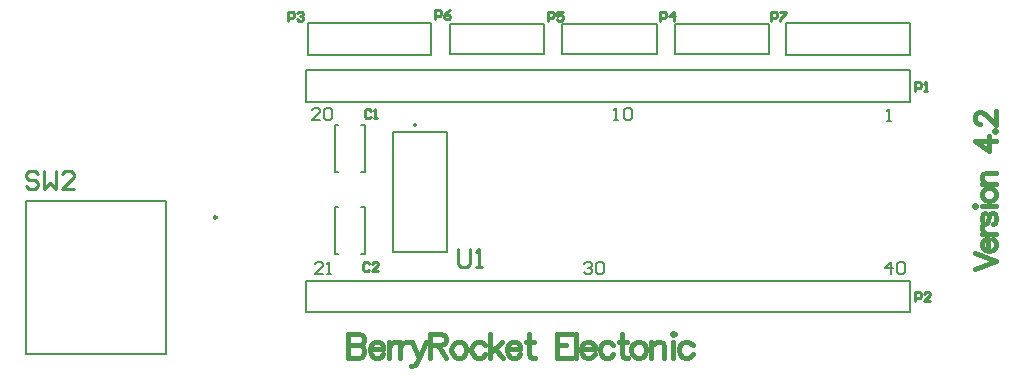
<source format=gto>
G04*
G04 #@! TF.GenerationSoftware,Altium Limited,Altium Designer,21.9.1 (22)*
G04*
G04 Layer_Color=65535*
%FSLAX25Y25*%
%MOIN*%
G70*
G04*
G04 #@! TF.SameCoordinates,84066233-43AA-439E-81B8-E0E343A60AEF*
G04*
G04*
G04 #@! TF.FilePolarity,Positive*
G04*
G01*
G75*
%ADD10C,0.00984*%
%ADD11C,0.00787*%
%ADD12C,0.00500*%
%ADD13C,0.01500*%
%ADD14C,0.00600*%
%ADD15C,0.01000*%
D10*
X71693Y57980D02*
G03*
X71693Y57980I-492J0D01*
G01*
D11*
X138138Y88744D02*
G03*
X138138Y88744I-394J0D01*
G01*
X54764Y12508D02*
Y63492D01*
X7913Y12508D02*
X54764D01*
X7913D02*
Y63492D01*
X54764D01*
X101909Y112205D02*
X143091D01*
X101909D02*
Y122795D01*
X143091D01*
Y112205D02*
Y122795D01*
X224252Y112500D02*
X255748D01*
Y122500D01*
X224252D02*
X255748D01*
X224252Y112500D02*
Y122500D01*
X261409Y122795D02*
X302590D01*
Y112205D02*
Y122795D01*
X261409Y112205D02*
X302590D01*
X261409D02*
Y122795D01*
X186752Y112500D02*
X218248D01*
Y122500D01*
X186752D02*
X218248D01*
X186752Y112500D02*
Y122500D01*
X149252Y112500D02*
X180748D01*
Y122500D01*
X149252D02*
X180748D01*
X149252Y112500D02*
Y122500D01*
X111079Y73126D02*
Y88874D01*
X119839D02*
X120921D01*
X111079D02*
X112161D01*
X120921Y73126D02*
Y88874D01*
X119839Y73126D02*
X120921D01*
X111079D02*
X112161D01*
X111079Y45626D02*
Y61374D01*
X119839D02*
X120921D01*
X111079D02*
X112161D01*
X120921Y45626D02*
Y61374D01*
X119839Y45626D02*
X120921D01*
X111079D02*
X112161D01*
X101409Y26305D02*
X302590D01*
X101409D02*
Y36895D01*
X302590D01*
Y26305D02*
Y36895D01*
X101409Y107095D02*
X302590D01*
Y96505D02*
Y107095D01*
X101409Y96505D02*
X302590D01*
X101409D02*
Y107095D01*
D12*
X130500Y86500D02*
X148512D01*
X130500Y46500D02*
Y86500D01*
Y46500D02*
X148512D01*
Y86500D01*
D13*
X324501Y40656D02*
X331500Y43322D01*
X324501Y45988D02*
X331500Y43322D01*
X328834Y46888D02*
Y50887D01*
X328167D01*
X327501Y50554D01*
X327168Y50220D01*
X326834Y49554D01*
Y48554D01*
X327168Y47887D01*
X327834Y47221D01*
X328834Y46888D01*
X329500D01*
X330500Y47221D01*
X331167Y47887D01*
X331500Y48554D01*
Y49554D01*
X331167Y50220D01*
X330500Y50887D01*
X326834Y52386D02*
X331500D01*
X328834D02*
X327834Y52720D01*
X327168Y53386D01*
X326834Y54053D01*
Y55053D01*
X327834Y59352D02*
X327168Y59018D01*
X326834Y58019D01*
Y57019D01*
X327168Y56019D01*
X327834Y55686D01*
X328501Y56019D01*
X328834Y56686D01*
X329167Y58352D01*
X329500Y59018D01*
X330167Y59352D01*
X330500D01*
X331167Y59018D01*
X331500Y58019D01*
Y57019D01*
X331167Y56019D01*
X330500Y55686D01*
X324501Y61484D02*
X324835Y61818D01*
X324501Y62151D01*
X324168Y61818D01*
X324501Y61484D01*
X326834Y61818D02*
X331500D01*
X326834Y65050D02*
X327168Y64384D01*
X327834Y63717D01*
X328834Y63384D01*
X329500D01*
X330500Y63717D01*
X331167Y64384D01*
X331500Y65050D01*
Y66050D01*
X331167Y66717D01*
X330500Y67383D01*
X329500Y67716D01*
X328834D01*
X327834Y67383D01*
X327168Y66717D01*
X326834Y66050D01*
Y65050D01*
Y69249D02*
X331500D01*
X328167D02*
X327168Y70249D01*
X326834Y70916D01*
Y71916D01*
X327168Y72582D01*
X328167Y72915D01*
X331500D01*
X324501Y83580D02*
X329167Y80247D01*
Y85246D01*
X324501Y83580D02*
X331500D01*
X330834Y86812D02*
X331167Y86479D01*
X331500Y86812D01*
X331167Y87146D01*
X330834Y86812D01*
X326168Y89012D02*
X325834D01*
X325168Y89345D01*
X324835Y89679D01*
X324501Y90345D01*
Y91678D01*
X324835Y92345D01*
X325168Y92678D01*
X325834Y93011D01*
X326501D01*
X327168Y92678D01*
X328167Y92011D01*
X331500Y88679D01*
Y93344D01*
X115500Y19164D02*
Y11166D01*
Y19164D02*
X118928D01*
X120071Y18783D01*
X120451Y18403D01*
X120832Y17641D01*
Y16879D01*
X120451Y16117D01*
X120071Y15736D01*
X118928Y15356D01*
X115500D02*
X118928D01*
X120071Y14975D01*
X120451Y14594D01*
X120832Y13832D01*
Y12690D01*
X120451Y11928D01*
X120071Y11547D01*
X118928Y11166D01*
X115500D01*
X122622Y14213D02*
X127193D01*
Y14975D01*
X126812Y15736D01*
X126431Y16117D01*
X125669Y16498D01*
X124527D01*
X123765Y16117D01*
X123003Y15356D01*
X122622Y14213D01*
Y13451D01*
X123003Y12309D01*
X123765Y11547D01*
X124527Y11166D01*
X125669D01*
X126431Y11547D01*
X127193Y12309D01*
X128907Y16498D02*
Y11166D01*
Y14213D02*
X129288Y15356D01*
X130049Y16117D01*
X130811Y16498D01*
X131954D01*
X132677D02*
Y11166D01*
Y14213D02*
X133058Y15356D01*
X133820Y16117D01*
X134582Y16498D01*
X135724D01*
X136829D02*
X139114Y11166D01*
X141399Y16498D02*
X139114Y11166D01*
X138352Y9643D01*
X137591Y8881D01*
X136829Y8500D01*
X136448D01*
X142732Y19164D02*
Y11166D01*
Y19164D02*
X146160D01*
X147303Y18783D01*
X147684Y18403D01*
X148064Y17641D01*
Y16879D01*
X147684Y16117D01*
X147303Y15736D01*
X146160Y15356D01*
X142732D01*
X145398D02*
X148064Y11166D01*
X151759Y16498D02*
X150997Y16117D01*
X150235Y15356D01*
X149855Y14213D01*
Y13451D01*
X150235Y12309D01*
X150997Y11547D01*
X151759Y11166D01*
X152901D01*
X153663Y11547D01*
X154425Y12309D01*
X154806Y13451D01*
Y14213D01*
X154425Y15356D01*
X153663Y16117D01*
X152901Y16498D01*
X151759D01*
X161128Y15356D02*
X160367Y16117D01*
X159605Y16498D01*
X158462D01*
X157701Y16117D01*
X156939Y15356D01*
X156558Y14213D01*
Y13451D01*
X156939Y12309D01*
X157701Y11547D01*
X158462Y11166D01*
X159605D01*
X160367Y11547D01*
X161128Y12309D01*
X162842Y19164D02*
Y11166D01*
X166651Y16498D02*
X162842Y12690D01*
X164366Y14213D02*
X167032Y11166D01*
X168289Y14213D02*
X172859D01*
Y14975D01*
X172478Y15736D01*
X172097Y16117D01*
X171336Y16498D01*
X170193D01*
X169431Y16117D01*
X168670Y15356D01*
X168289Y14213D01*
Y13451D01*
X168670Y12309D01*
X169431Y11547D01*
X170193Y11166D01*
X171336D01*
X172097Y11547D01*
X172859Y12309D01*
X175716Y19164D02*
Y12690D01*
X176096Y11547D01*
X176858Y11166D01*
X177620D01*
X174573Y16498D02*
X177239D01*
X189998Y19164D02*
X185047D01*
Y11166D01*
X189998D01*
X185047Y15356D02*
X188094D01*
X191331Y19164D02*
Y11166D01*
X193007Y14213D02*
X197578D01*
Y14975D01*
X197197Y15736D01*
X196816Y16117D01*
X196054Y16498D01*
X194912D01*
X194150Y16117D01*
X193388Y15356D01*
X193007Y14213D01*
Y13451D01*
X193388Y12309D01*
X194150Y11547D01*
X194912Y11166D01*
X196054D01*
X196816Y11547D01*
X197578Y12309D01*
X203862Y15356D02*
X203100Y16117D01*
X202339Y16498D01*
X201196D01*
X200434Y16117D01*
X199672Y15356D01*
X199292Y14213D01*
Y13451D01*
X199672Y12309D01*
X200434Y11547D01*
X201196Y11166D01*
X202339D01*
X203100Y11547D01*
X203862Y12309D01*
X206719Y19164D02*
Y12690D01*
X207099Y11547D01*
X207861Y11166D01*
X208623D01*
X205576Y16498D02*
X208242D01*
X211670D02*
X210908Y16117D01*
X210146Y15356D01*
X209766Y14213D01*
Y13451D01*
X210146Y12309D01*
X210908Y11547D01*
X211670Y11166D01*
X212812D01*
X213574Y11547D01*
X214336Y12309D01*
X214717Y13451D01*
Y14213D01*
X214336Y15356D01*
X213574Y16117D01*
X212812Y16498D01*
X211670D01*
X216469D02*
Y11166D01*
Y14975D02*
X217612Y16117D01*
X218373Y16498D01*
X219516D01*
X220278Y16117D01*
X220658Y14975D01*
Y11166D01*
X223515Y19164D02*
X223896Y18783D01*
X224277Y19164D01*
X223896Y19545D01*
X223515Y19164D01*
X223896Y16498D02*
Y11166D01*
X230256Y15356D02*
X229495Y16117D01*
X228733Y16498D01*
X227590D01*
X226829Y16117D01*
X226067Y15356D01*
X225686Y14213D01*
Y13451D01*
X226067Y12309D01*
X226829Y11547D01*
X227590Y11166D01*
X228733D01*
X229495Y11547D01*
X230256Y12309D01*
D14*
X296499Y39000D02*
Y42999D01*
X294500Y40999D01*
X297166D01*
X298499Y42332D02*
X299165Y42999D01*
X300498D01*
X301165Y42332D01*
Y39666D01*
X300498Y39000D01*
X299165D01*
X298499Y39666D01*
Y42332D01*
X107166Y39000D02*
X104500D01*
X107166Y41666D01*
Y42332D01*
X106499Y42999D01*
X105166D01*
X104500Y42332D01*
X108499Y39000D02*
X109832D01*
X109165D01*
Y42999D01*
X108499Y42332D01*
X194000D02*
X194667Y42999D01*
X195999D01*
X196666Y42332D01*
Y41666D01*
X195999Y40999D01*
X195333D01*
X195999D01*
X196666Y40333D01*
Y39666D01*
X195999Y39000D01*
X194667D01*
X194000Y39666D01*
X197999Y42332D02*
X198665Y42999D01*
X199998D01*
X200664Y42332D01*
Y39666D01*
X199998Y39000D01*
X198665D01*
X197999Y39666D01*
Y42332D01*
X106166Y90500D02*
X103500D01*
X106166Y93166D01*
Y93832D01*
X105499Y94499D01*
X104166D01*
X103500Y93832D01*
X107499D02*
X108165Y94499D01*
X109498D01*
X110164Y93832D01*
Y91166D01*
X109498Y90500D01*
X108165D01*
X107499Y91166D01*
Y93832D01*
X295000Y90000D02*
X296333D01*
X295666D01*
Y93999D01*
X295000Y93332D01*
X204000Y90500D02*
X205333D01*
X204666D01*
Y94499D01*
X204000Y93832D01*
X207332D02*
X207999Y94499D01*
X209332D01*
X209998Y93832D01*
Y91166D01*
X209332Y90500D01*
X207999D01*
X207332Y91166D01*
Y93832D01*
D15*
X12099Y72298D02*
X11099Y73298D01*
X9100D01*
X8100Y72298D01*
Y71299D01*
X9100Y70299D01*
X11099D01*
X12099Y69299D01*
Y68300D01*
X11099Y67300D01*
X9100D01*
X8100Y68300D01*
X14098Y73298D02*
Y67300D01*
X16097Y69299D01*
X18097Y67300D01*
Y73298D01*
X24095Y67300D02*
X20096D01*
X24095Y71299D01*
Y72298D01*
X23095Y73298D01*
X21096D01*
X20096Y72298D01*
X152001Y47499D02*
Y42501D01*
X153001Y41501D01*
X155000D01*
X156000Y42501D01*
Y47499D01*
X157999Y41501D02*
X159999D01*
X158999D01*
Y47499D01*
X157999Y46499D01*
X256501Y123501D02*
Y126499D01*
X258000D01*
X258500Y126000D01*
Y125000D01*
X258000Y124500D01*
X256501D01*
X259500Y126499D02*
X261499D01*
Y126000D01*
X259500Y124000D01*
Y123501D01*
X144501Y124001D02*
Y126999D01*
X146000D01*
X146500Y126500D01*
Y125500D01*
X146000Y125000D01*
X144501D01*
X149499Y126999D02*
X148500Y126500D01*
X147500Y125500D01*
Y124500D01*
X148000Y124001D01*
X148999D01*
X149499Y124500D01*
Y125000D01*
X148999Y125500D01*
X147500D01*
X182001Y123501D02*
Y126499D01*
X183500D01*
X184000Y126000D01*
Y125000D01*
X183500Y124500D01*
X182001D01*
X186999Y126499D02*
X185000D01*
Y125000D01*
X186000Y125500D01*
X186499D01*
X186999Y125000D01*
Y124000D01*
X186499Y123501D01*
X185500D01*
X185000Y124000D01*
X219501Y123501D02*
Y126499D01*
X221000D01*
X221500Y126000D01*
Y125000D01*
X221000Y124500D01*
X219501D01*
X223999Y123501D02*
Y126499D01*
X222500Y125000D01*
X224499D01*
X95501Y123501D02*
Y126499D01*
X97000D01*
X97500Y126000D01*
Y125000D01*
X97000Y124500D01*
X95501D01*
X98500Y126000D02*
X99000Y126499D01*
X99999D01*
X100499Y126000D01*
Y125500D01*
X99999Y125000D01*
X99499D01*
X99999D01*
X100499Y124500D01*
Y124000D01*
X99999Y123501D01*
X99000D01*
X98500Y124000D01*
X304501Y30000D02*
Y33000D01*
X306000D01*
X306500Y32500D01*
Y31500D01*
X306000Y31000D01*
X304501D01*
X309499Y30000D02*
X307500D01*
X309499Y32000D01*
Y32500D01*
X308999Y33000D01*
X308000D01*
X307500Y32500D01*
X304501Y100001D02*
Y102999D01*
X306000D01*
X306500Y102500D01*
Y101500D01*
X306000Y101000D01*
X304501D01*
X307500Y100001D02*
X308499D01*
X307999D01*
Y102999D01*
X307500Y102500D01*
X122500Y42500D02*
X122000Y43000D01*
X121001D01*
X120501Y42500D01*
Y40500D01*
X121001Y40001D01*
X122000D01*
X122500Y40500D01*
X125499Y40001D02*
X123500D01*
X125499Y42000D01*
Y42500D01*
X124999Y43000D01*
X124000D01*
X123500Y42500D01*
X123000Y93500D02*
X122500Y93999D01*
X121501D01*
X121001Y93500D01*
Y91500D01*
X121501Y91000D01*
X122500D01*
X123000Y91500D01*
X124000Y91000D02*
X124999D01*
X124499D01*
Y93999D01*
X124000Y93500D01*
M02*

</source>
